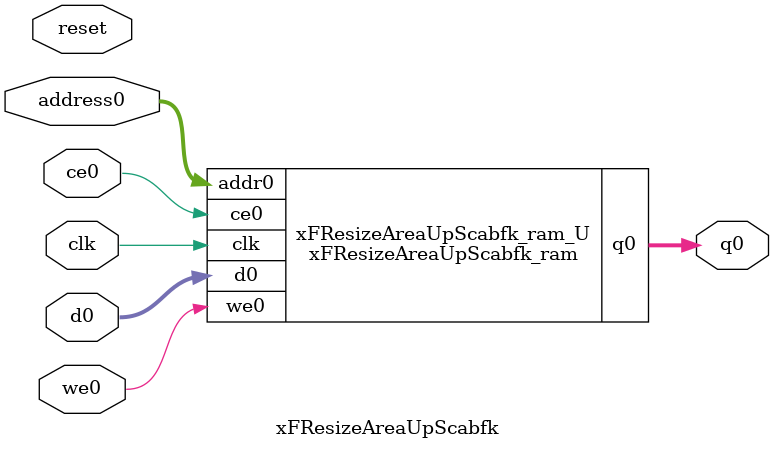
<source format=v>
`timescale 1 ns / 1 ps
module xFResizeAreaUpScabfk_ram (addr0, ce0, d0, we0, q0,  clk);

parameter DWIDTH = 13;
parameter AWIDTH = 11;
parameter MEM_SIZE = 1280;

input[AWIDTH-1:0] addr0;
input ce0;
input[DWIDTH-1:0] d0;
input we0;
output reg[DWIDTH-1:0] q0;
input clk;

(* ram_style = "block" *)reg [DWIDTH-1:0] ram[0:MEM_SIZE-1];




always @(posedge clk)  
begin 
    if (ce0) begin
        if (we0) 
            ram[addr0] <= d0; 
        q0 <= ram[addr0];
    end
end


endmodule

`timescale 1 ns / 1 ps
module xFResizeAreaUpScabfk(
    reset,
    clk,
    address0,
    ce0,
    we0,
    d0,
    q0);

parameter DataWidth = 32'd13;
parameter AddressRange = 32'd1280;
parameter AddressWidth = 32'd11;
input reset;
input clk;
input[AddressWidth - 1:0] address0;
input ce0;
input we0;
input[DataWidth - 1:0] d0;
output[DataWidth - 1:0] q0;



xFResizeAreaUpScabfk_ram xFResizeAreaUpScabfk_ram_U(
    .clk( clk ),
    .addr0( address0 ),
    .ce0( ce0 ),
    .we0( we0 ),
    .d0( d0 ),
    .q0( q0 ));

endmodule


</source>
